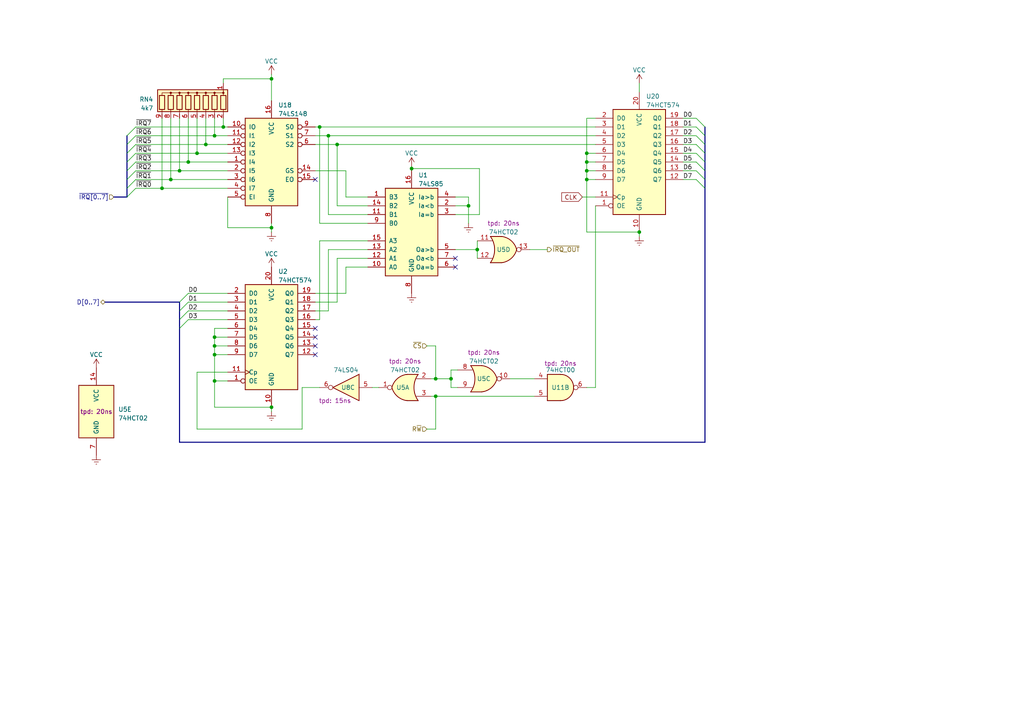
<source format=kicad_sch>
(kicad_sch (version 20230121) (generator eeschema)
  (paper "A4")
  (lib_symbols
    (symbol "74xx:74HCT00" (pin_names (offset 1.016))
      (property "Reference" "U" (at 0 1.27 0))
      (property "Value" "74HCT00" (at 0 -1.27 0))
      (symbol "74HCT00_1_1"
        (arc (start 0 -3.81) (mid 3.7934 0) (end 0 3.81) (stroke (width 0.254)) (fill (type background)))
        (polyline (pts (xy 0 3.81) (xy -3.81 3.81) (xy -3.81 -3.81) (xy 0 -3.81)) (stroke (width 0.254)) (fill (type background)))
        (pin input line (at -7.62 2.54 0) (length 3.81) (name "~") (number "1"))
        (pin input line (at -7.62 -2.54 0) (length 3.81) (name "~") (number "2"))
        (pin output inverted (at 7.62 0 180) (length 3.81) (name "~") (number "3"))
      )
      (symbol "74HCT00_1_2"
        (arc (start -3.81 -3.81) (mid -2.589 0) (end -3.81 3.81) (stroke (width 0.254)))
        (arc (start -0.6096 -3.81) (mid 2.1842 -2.5851) (end 3.81 0) (stroke (width 0.254)) (fill (type background)))
        (polyline (pts (xy -3.81 -3.81) (xy -0.635 -3.81)) (stroke (width 0.254)) (fill (type background)))
        (polyline (pts (xy -3.81 3.81) (xy -0.635 3.81)) (stroke (width 0.254)) (fill (type background)))
        (polyline (pts (xy -0.635 3.81) (xy -3.81 3.81) (xy -3.81 3.81) (xy -3.556 3.4036) (xy -3.0226 2.2606) (xy -2.6924 1.0414) (xy -2.6162 -0.254) (xy -2.7686 -1.4986) (xy -3.175 -2.7178) (xy -3.81 -3.81) (xy -3.81 -3.81) (xy -0.635 -3.81)) (stroke (width -25.4)) (fill (type background)))
        (arc (start 3.81 0) (mid 2.1915 2.5936) (end -0.6096 3.81) (stroke (width 0.254)) (fill (type background)))
        (pin input inverted (at -7.62 2.54 0) (length 4.318) (name "~") (number "1"))
        (pin input inverted (at -7.62 -2.54 0) (length 4.318) (name "~") (number "2"))
        (pin output line (at 7.62 0 180) (length 3.81) (name "~") (number "3"))
      )
      (symbol "74HCT00_2_1"
        (arc (start 0 -3.81) (mid 3.7934 0) (end 0 3.81) (stroke (width 0.254)) (fill (type background)))
        (polyline (pts (xy 0 3.81) (xy -3.81 3.81) (xy -3.81 -3.81) (xy 0 -3.81)) (stroke (width 0.254)) (fill (type background)))
        (pin input line (at -7.62 2.54 0) (length 3.81) (name "~") (number "4"))
        (pin input line (at -7.62 -2.54 0) (length 3.81) (name "~") (number "5"))
        (pin output inverted (at 7.62 0 180) (length 3.81) (name "~") (number "6"))
      )
      (symbol "74HCT00_2_2"
        (arc (start -3.81 -3.81) (mid -2.589 0) (end -3.81 3.81) (stroke (width 0.254)))
        (arc (start -0.6096 -3.81) (mid 2.1842 -2.5851) (end 3.81 0) (stroke (width 0.254)) (fill (type background)))
        (polyline (pts (xy -3.81 -3.81) (xy -0.635 -3.81)) (stroke (width 0.254)) (fill (type background)))
        (polyline (pts (xy -3.81 3.81) (xy -0.635 3.81)) (stroke (width 0.254)) (fill (type background)))
        (polyline (pts (xy -0.635 3.81) (xy -3.81 3.81) (xy -3.81 3.81) (xy -3.556 3.4036) (xy -3.0226 2.2606) (xy -2.6924 1.0414) (xy -2.6162 -0.254) (xy -2.7686 -1.4986) (xy -3.175 -2.7178) (xy -3.81 -3.81) (xy -3.81 -3.81) (xy -0.635 -3.81)) (stroke (width -25.4)) (fill (type background)))
        (arc (start 3.81 0) (mid 2.1915 2.5936) (end -0.6096 3.81) (stroke (width 0.254)) (fill (type background)))
        (pin input inverted (at -7.62 2.54 0) (length 4.318) (name "~") (number "4"))
        (pin input inverted (at -7.62 -2.54 0) (length 4.318) (name "~") (number "5"))
        (pin output line (at 7.62 0 180) (length 3.81) (name "~") (number "6"))
      )
      (symbol "74HCT00_3_1"
        (arc (start 0 -3.81) (mid 3.7934 0) (end 0 3.81) (stroke (width 0.254)) (fill (type background)))
        (polyline (pts (xy 0 3.81) (xy -3.81 3.81) (xy -3.81 -3.81) (xy 0 -3.81)) (stroke (width 0.254)) (fill (type background)))
        (pin input line (at -7.62 -2.54 0) (length 3.81) (name "~") (number "10"))
        (pin output inverted (at 7.62 0 180) (length 3.81) (name "~") (number "8"))
        (pin input line (at -7.62 2.54 0) (length 3.81) (name "~") (number "9"))
      )
      (symbol "74HCT00_3_2"
        (arc (start -3.81 -3.81) (mid -2.589 0) (end -3.81 3.81) (stroke (width 0.254)))
        (arc (start -0.6096 -3.81) (mid 2.1842 -2.5851) (end 3.81 0) (stroke (width 0.254)) (fill (type background)))
        (polyline (pts (xy -3.81 -3.81) (xy -0.635 -3.81)) (stroke (width 0.254)) (fill (type background)))
        (polyline (pts (xy -3.81 3.81) (xy -0.635 3.81)) (stroke (width 0.254)) (fill (type background)))
        (polyline (pts (xy -0.635 3.81) (xy -3.81 3.81) (xy -3.81 3.81) (xy -3.556 3.4036) (xy -3.0226 2.2606) (xy -2.6924 1.0414) (xy -2.6162 -0.254) (xy -2.7686 -1.4986) (xy -3.175 -2.7178) (xy -3.81 -3.81) (xy -3.81 -3.81) (xy -0.635 -3.81)) (stroke (width -25.4)) (fill (type background)))
        (arc (start 3.81 0) (mid 2.1915 2.5936) (end -0.6096 3.81) (stroke (width 0.254)) (fill (type background)))
        (pin input inverted (at -7.62 -2.54 0) (length 4.318) (name "~") (number "10"))
        (pin output line (at 7.62 0 180) (length 3.81) (name "~") (number "8"))
        (pin input inverted (at -7.62 2.54 0) (length 4.318) (name "~") (number "9"))
      )
      (symbol "74HCT00_4_1"
        (arc (start 0 -3.81) (mid 3.7934 0) (end 0 3.81) (stroke (width 0.254)) (fill (type background)))
        (polyline (pts (xy 0 3.81) (xy -3.81 3.81) (xy -3.81 -3.81) (xy 0 -3.81)) (stroke (width 0.254)) (fill (type background)))
        (pin output inverted (at 7.62 0 180) (length 3.81) (name "~") (number "11"))
        (pin input line (at -7.62 2.54 0) (length 3.81) (name "~") (number "12"))
        (pin input line (at -7.62 -2.54 0) (length 3.81) (name "~") (number "13"))
      )
      (symbol "74HCT00_4_2"
        (arc (start -3.81 -3.81) (mid -2.589 0) (end -3.81 3.81) (stroke (width 0.254)))
        (arc (start -0.6096 -3.81) (mid 2.1842 -2.5851) (end 3.81 0) (stroke (width 0.254)) (fill (type background)))
        (polyline (pts (xy -3.81 -3.81) (xy -0.635 -3.81)) (stroke (width 0.254)) (fill (type background)))
        (polyline (pts (xy -3.81 3.81) (xy -0.635 3.81)) (stroke (width 0.254)) (fill (type background)))
        (polyline (pts (xy -0.635 3.81) (xy -3.81 3.81) (xy -3.81 3.81) (xy -3.556 3.4036) (xy -3.0226 2.2606) (xy -2.6924 1.0414) (xy -2.6162 -0.254) (xy -2.7686 -1.4986) (xy -3.175 -2.7178) (xy -3.81 -3.81) (xy -3.81 -3.81) (xy -0.635 -3.81)) (stroke (width -25.4)) (fill (type background)))
        (arc (start 3.81 0) (mid 2.1915 2.5936) (end -0.6096 3.81) (stroke (width 0.254)) (fill (type background)))
        (pin output line (at 7.62 0 180) (length 3.81) (name "~") (number "11"))
        (pin input inverted (at -7.62 2.54 0) (length 4.318) (name "~") (number "12"))
        (pin input inverted (at -7.62 -2.54 0) (length 4.318) (name "~") (number "13"))
      )
      (symbol "74HCT00_5_0"
        (pin power_in line (at 0 12.7 270) (length 5.08) (name "VCC") (number "14"))
        (pin power_in line (at 0 -12.7 90) (length 5.08) (name "GND") (number "7"))
      )
      (symbol "74HCT00_5_1"
        (rectangle (start -5.08 7.62) (end 5.08 -7.62) (stroke (width 0.254)) (fill (type background)))
      )
    )
    (symbol "74xx:74HCT02" (pin_names (offset 1.016))
      (property "Reference" "U" (at 0 1.27 0))
      (property "Value" "74HCT02" (at 0 -1.27 0))
      (symbol "74HCT02_1_1"
        (arc (start -3.81 -3.81) (mid -2.589 0) (end -3.81 3.81) (stroke (width 0.254)))
        (arc (start -0.6096 -3.81) (mid 2.1842 -2.5851) (end 3.81 0) (stroke (width 0.254)) (fill (type background)))
        (polyline (pts (xy -3.81 -3.81) (xy -0.635 -3.81)) (stroke (width 0.254)) (fill (type background)))
        (polyline (pts (xy -3.81 3.81) (xy -0.635 3.81)) (stroke (width 0.254)) (fill (type background)))
        (polyline (pts (xy -0.635 3.81) (xy -3.81 3.81) (xy -3.81 3.81) (xy -3.556 3.4036) (xy -3.0226 2.2606) (xy -2.6924 1.0414) (xy -2.6162 -0.254) (xy -2.7686 -1.4986) (xy -3.175 -2.7178) (xy -3.81 -3.81) (xy -3.81 -3.81) (xy -0.635 -3.81)) (stroke (width -25.4)) (fill (type background)))
        (arc (start 3.81 0) (mid 2.1915 2.5936) (end -0.6096 3.81) (stroke (width 0.254)) (fill (type background)))
        (pin output inverted (at 7.62 0 180) (length 3.81) (name "~") (number "1"))
        (pin input line (at -7.62 2.54 0) (length 4.318) (name "~") (number "2"))
        (pin input line (at -7.62 -2.54 0) (length 4.318) (name "~") (number "3"))
      )
      (symbol "74HCT02_1_2"
        (arc (start 0 -3.81) (mid 3.7934 0) (end 0 3.81) (stroke (width 0.254)) (fill (type background)))
        (polyline (pts (xy 0 3.81) (xy -3.81 3.81) (xy -3.81 -3.81) (xy 0 -3.81)) (stroke (width 0.254)) (fill (type background)))
        (pin output line (at 7.62 0 180) (length 3.81) (name "~") (number "1"))
        (pin input inverted (at -7.62 2.54 0) (length 3.81) (name "~") (number "2"))
        (pin input inverted (at -7.62 -2.54 0) (length 3.81) (name "~") (number "3"))
      )
      (symbol "74HCT02_2_1"
        (arc (start -3.81 -3.81) (mid -2.589 0) (end -3.81 3.81) (stroke (width 0.254)))
        (arc (start -0.6096 -3.81) (mid 2.1842 -2.5851) (end 3.81 0) (stroke (width 0.254)) (fill (type background)))
        (polyline (pts (xy -3.81 -3.81) (xy -0.635 -3.81)) (stroke (width 0.254)) (fill (type background)))
        (polyline (pts (xy -3.81 3.81) (xy -0.635 3.81)) (stroke (width 0.254)) (fill (type background)))
        (polyline (pts (xy -0.635 3.81) (xy -3.81 3.81) (xy -3.81 3.81) (xy -3.556 3.4036) (xy -3.0226 2.2606) (xy -2.6924 1.0414) (xy -2.6162 -0.254) (xy -2.7686 -1.4986) (xy -3.175 -2.7178) (xy -3.81 -3.81) (xy -3.81 -3.81) (xy -0.635 -3.81)) (stroke (width -25.4)) (fill (type background)))
        (arc (start 3.81 0) (mid 2.1915 2.5936) (end -0.6096 3.81) (stroke (width 0.254)) (fill (type background)))
        (pin output inverted (at 7.62 0 180) (length 3.81) (name "~") (number "4"))
        (pin input line (at -7.62 2.54 0) (length 4.318) (name "~") (number "5"))
        (pin input line (at -7.62 -2.54 0) (length 4.318) (name "~") (number "6"))
      )
      (symbol "74HCT02_2_2"
        (arc (start 0 -3.81) (mid 3.7934 0) (end 0 3.81) (stroke (width 0.254)) (fill (type background)))
        (polyline (pts (xy 0 3.81) (xy -3.81 3.81) (xy -3.81 -3.81) (xy 0 -3.81)) (stroke (width 0.254)) (fill (type background)))
        (pin output line (at 7.62 0 180) (length 3.81) (name "~") (number "4"))
        (pin input inverted (at -7.62 2.54 0) (length 3.81) (name "~") (number "5"))
        (pin input inverted (at -7.62 -2.54 0) (length 3.81) (name "~") (number "6"))
      )
      (symbol "74HCT02_3_1"
        (arc (start -3.81 -3.81) (mid -2.589 0) (end -3.81 3.81) (stroke (width 0.254)))
        (arc (start -0.6096 -3.81) (mid 2.1842 -2.5851) (end 3.81 0) (stroke (width 0.254)) (fill (type background)))
        (polyline (pts (xy -3.81 -3.81) (xy -0.635 -3.81)) (stroke (width 0.254)) (fill (type background)))
        (polyline (pts (xy -3.81 3.81) (xy -0.635 3.81)) (stroke (width 0.254)) (fill (type background)))
        (polyline (pts (xy -0.635 3.81) (xy -3.81 3.81) (xy -3.81 3.81) (xy -3.556 3.4036) (xy -3.0226 2.2606) (xy -2.6924 1.0414) (xy -2.6162 -0.254) (xy -2.7686 -1.4986) (xy -3.175 -2.7178) (xy -3.81 -3.81) (xy -3.81 -3.81) (xy -0.635 -3.81)) (stroke (width -25.4)) (fill (type background)))
        (arc (start 3.81 0) (mid 2.1915 2.5936) (end -0.6096 3.81) (stroke (width 0.254)) (fill (type background)))
        (pin output inverted (at 7.62 0 180) (length 3.81) (name "~") (number "10"))
        (pin input line (at -7.62 2.54 0) (length 4.318) (name "~") (number "8"))
        (pin input line (at -7.62 -2.54 0) (length 4.318) (name "~") (number "9"))
      )
      (symbol "74HCT02_3_2"
        (arc (start 0 -3.81) (mid 3.7934 0) (end 0 3.81) (stroke (width 0.254)) (fill (type background)))
        (polyline (pts (xy 0 3.81) (xy -3.81 3.81) (xy -3.81 -3.81) (xy 0 -3.81)) (stroke (width 0.254)) (fill (type background)))
        (pin output line (at 7.62 0 180) (length 3.81) (name "~") (number "10"))
        (pin input inverted (at -7.62 2.54 0) (length 3.81) (name "~") (number "8"))
        (pin input inverted (at -7.62 -2.54 0) (length 3.81) (name "~") (number "9"))
      )
      (symbol "74HCT02_4_1"
        (arc (start -3.81 -3.81) (mid -2.589 0) (end -3.81 3.81) (stroke (width 0.254)))
        (arc (start -0.6096 -3.81) (mid 2.1842 -2.5851) (end 3.81 0) (stroke (width 0.254)) (fill (type background)))
        (polyline (pts (xy -3.81 -3.81) (xy -0.635 -3.81)) (stroke (width 0.254)) (fill (type background)))
        (polyline (pts (xy -3.81 3.81) (xy -0.635 3.81)) (stroke (width 0.254)) (fill (type background)))
        (polyline (pts (xy -0.635 3.81) (xy -3.81 3.81) (xy -3.81 3.81) (xy -3.556 3.4036) (xy -3.0226 2.2606) (xy -2.6924 1.0414) (xy -2.6162 -0.254) (xy -2.7686 -1.4986) (xy -3.175 -2.7178) (xy -3.81 -3.81) (xy -3.81 -3.81) (xy -0.635 -3.81)) (stroke (width -25.4)) (fill (type background)))
        (arc (start 3.81 0) (mid 2.1915 2.5936) (end -0.6096 3.81) (stroke (width 0.254)) (fill (type background)))
        (pin input line (at -7.62 2.54 0) (length 4.318) (name "~") (number "11"))
        (pin input line (at -7.62 -2.54 0) (length 4.318) (name "~") (number "12"))
        (pin output inverted (at 7.62 0 180) (length 3.81) (name "~") (number "13"))
      )
      (symbol "74HCT02_4_2"
        (arc (start 0 -3.81) (mid 3.7934 0) (end 0 3.81) (stroke (width 0.254)) (fill (type background)))
        (polyline (pts (xy 0 3.81) (xy -3.81 3.81) (xy -3.81 -3.81) (xy 0 -3.81)) (stroke (width 0.254)) (fill (type background)))
        (pin input inverted (at -7.62 2.54 0) (length 3.81) (name "~") (number "11"))
        (pin input inverted (at -7.62 -2.54 0) (length 3.81) (name "~") (number "12"))
        (pin output line (at 7.62 0 180) (length 3.81) (name "~") (number "13"))
      )
      (symbol "74HCT02_5_0"
        (pin power_in line (at 0 12.7 270) (length 5.08) (name "VCC") (number "14"))
        (pin power_in line (at 0 -12.7 90) (length 5.08) (name "GND") (number "7"))
      )
      (symbol "74HCT02_5_1"
        (rectangle (start -5.08 7.62) (end 5.08 -7.62) (stroke (width 0.254)) (fill (type background)))
      )
    )
    (symbol "74xx:74HCT574" (pin_names (offset 1.016))
      (property "Reference" "U" (at -7.62 16.51 0))
      (property "Value" "74HCT574" (at -7.62 -16.51 0))
      (symbol "74HCT574_1_0"
        (pin input inverted (at -12.7 -12.7 0) (length 5.08) (name "OE") (number "1"))
        (pin power_in line (at 0 -20.32 90) (length 5.08) (name "GND") (number "10"))
        (pin input clock (at -12.7 -10.16 0) (length 5.08) (name "Cp") (number "11"))
        (pin tri_state line (at 12.7 -5.08 180) (length 5.08) (name "Q7") (number "12"))
        (pin tri_state line (at 12.7 -2.54 180) (length 5.08) (name "Q6") (number "13"))
        (pin tri_state line (at 12.7 0 180) (length 5.08) (name "Q5") (number "14"))
        (pin tri_state line (at 12.7 2.54 180) (length 5.08) (name "Q4") (number "15"))
        (pin tri_state line (at 12.7 5.08 180) (length 5.08) (name "Q3") (number "16"))
        (pin tri_state line (at 12.7 7.62 180) (length 5.08) (name "Q2") (number "17"))
        (pin tri_state line (at 12.7 10.16 180) (length 5.08) (name "Q1") (number "18"))
        (pin tri_state line (at 12.7 12.7 180) (length 5.08) (name "Q0") (number "19"))
        (pin input line (at -12.7 12.7 0) (length 5.08) (name "D0") (number "2"))
        (pin power_in line (at 0 20.32 270) (length 5.08) (name "VCC") (number "20"))
        (pin input line (at -12.7 10.16 0) (length 5.08) (name "D1") (number "3"))
        (pin input line (at -12.7 7.62 0) (length 5.08) (name "D2") (number "4"))
        (pin input line (at -12.7 5.08 0) (length 5.08) (name "D3") (number "5"))
        (pin input line (at -12.7 2.54 0) (length 5.08) (name "D4") (number "6"))
        (pin input line (at -12.7 0 0) (length 5.08) (name "D5") (number "7"))
        (pin input line (at -12.7 -2.54 0) (length 5.08) (name "D6") (number "8"))
        (pin input line (at -12.7 -5.08 0) (length 5.08) (name "D7") (number "9"))
      )
      (symbol "74HCT574_1_1"
        (rectangle (start -7.62 15.24) (end 7.62 -15.24) (stroke (width 0.254)) (fill (type background)))
      )
    )
    (symbol "74xx:74LS04"
      (property "Reference" "U" (at 0 1.27 0))
      (property "Value" "74LS04" (at 0 -1.27 0))
      (symbol "74LS04_1_0"
        (polyline (pts (xy -3.81 3.81) (xy -3.81 -3.81) (xy 3.81 0) (xy -3.81 3.81)) (stroke (width 0.254)) (fill (type background)))
        (pin input line (at -7.62 0 0) (length 3.81) (name "~") (number "1"))
        (pin output inverted (at 7.62 0 180) (length 3.81) (name "~") (number "2"))
      )
      (symbol "74LS04_2_0"
        (polyline (pts (xy -3.81 3.81) (xy -3.81 -3.81) (xy 3.81 0) (xy -3.81 3.81)) (stroke (width 0.254)) (fill (type background)))
        (pin input line (at -7.62 0 0) (length 3.81) (name "~") (number "3"))
        (pin output inverted (at 7.62 0 180) (length 3.81) (name "~") (number "4"))
      )
      (symbol "74LS04_3_0"
        (polyline (pts (xy -3.81 3.81) (xy -3.81 -3.81) (xy 3.81 0) (xy -3.81 3.81)) (stroke (width 0.254)) (fill (type background)))
        (pin input line (at -7.62 0 0) (length 3.81) (name "~") (number "5"))
        (pin output inverted (at 7.62 0 180) (length 3.81) (name "~") (number "6"))
      )
      (symbol "74LS04_4_0"
        (polyline (pts (xy -3.81 3.81) (xy -3.81 -3.81) (xy 3.81 0) (xy -3.81 3.81)) (stroke (width 0.254)) (fill (type background)))
        (pin output inverted (at 7.62 0 180) (length 3.81) (name "~") (number "8"))
        (pin input line (at -7.62 0 0) (length 3.81) (name "~") (number "9"))
      )
      (symbol "74LS04_5_0"
        (polyline (pts (xy -3.81 3.81) (xy -3.81 -3.81) (xy 3.81 0) (xy -3.81 3.81)) (stroke (width 0.254)) (fill (type background)))
        (pin output inverted (at 7.62 0 180) (length 3.81) (name "~") (number "10"))
        (pin input line (at -7.62 0 0) (length 3.81) (name "~") (number "11"))
      )
      (symbol "74LS04_6_0"
        (polyline (pts (xy -3.81 3.81) (xy -3.81 -3.81) (xy 3.81 0) (xy -3.81 3.81)) (stroke (width 0.254)) (fill (type background)))
        (pin output inverted (at 7.62 0 180) (length 3.81) (name "~") (number "12"))
        (pin input line (at -7.62 0 0) (length 3.81) (name "~") (number "13"))
      )
      (symbol "74LS04_7_0"
        (pin power_in line (at 0 12.7 270) (length 5.08) (name "VCC") (number "14"))
        (pin power_in line (at 0 -12.7 90) (length 5.08) (name "GND") (number "7"))
      )
      (symbol "74LS04_7_1"
        (rectangle (start -5.08 7.62) (end 5.08 -7.62) (stroke (width 0.254)) (fill (type background)))
      )
    )
    (symbol "74xx:74LS148" (pin_names (offset 1.016))
      (property "Reference" "U" (at -7.62 13.97 0))
      (property "Value" "74LS148" (at -7.62 -13.97 0))
      (symbol "74LS148_1_0"
        (pin input inverted (at -12.7 0 0) (length 5.08) (name "I4") (number "1"))
        (pin input inverted (at -12.7 10.16 0) (length 5.08) (name "IO") (number "10"))
        (pin input inverted (at -12.7 7.62 0) (length 5.08) (name "I1") (number "11"))
        (pin input inverted (at -12.7 5.08 0) (length 5.08) (name "I2") (number "12"))
        (pin input inverted (at -12.7 2.54 0) (length 5.08) (name "I3") (number "13"))
        (pin output inverted (at 12.7 -2.54 180) (length 5.08) (name "GS") (number "14"))
        (pin output inverted (at 12.7 -5.08 180) (length 5.08) (name "EO") (number "15"))
        (pin power_in line (at 0 17.78 270) (length 5.08) (name "VCC") (number "16"))
        (pin input inverted (at -12.7 -2.54 0) (length 5.08) (name "I5") (number "2"))
        (pin input inverted (at -12.7 -5.08 0) (length 5.08) (name "I6") (number "3"))
        (pin input inverted (at -12.7 -7.62 0) (length 5.08) (name "I7") (number "4"))
        (pin input inverted (at -12.7 -10.16 0) (length 5.08) (name "EI") (number "5"))
        (pin output inverted (at 12.7 5.08 180) (length 5.08) (name "S2") (number "6"))
        (pin output inverted (at 12.7 7.62 180) (length 5.08) (name "S1") (number "7"))
        (pin power_in line (at 0 -17.78 90) (length 5.08) (name "GND") (number "8"))
        (pin output inverted (at 12.7 10.16 180) (length 5.08) (name "S0") (number "9"))
      )
      (symbol "74LS148_1_1"
        (rectangle (start -7.62 12.7) (end 7.62 -12.7) (stroke (width 0.254)) (fill (type background)))
      )
    )
    (symbol "74xx:74LS85" (pin_names (offset 1.016))
      (property "Reference" "U" (at -7.62 13.97 0))
      (property "Value" "74LS85" (at -7.62 -13.97 0))
      (symbol "74LS85_1_0"
        (pin input line (at -12.7 10.16 0) (length 5.08) (name "B3") (number "1"))
        (pin input line (at -12.7 -10.16 0) (length 5.08) (name "A0") (number "10"))
        (pin input line (at -12.7 5.08 0) (length 5.08) (name "B1") (number "11"))
        (pin input line (at -12.7 -7.62 0) (length 5.08) (name "A1") (number "12"))
        (pin input line (at -12.7 -5.08 0) (length 5.08) (name "A2") (number "13"))
        (pin input line (at -12.7 7.62 0) (length 5.08) (name "B2") (number "14"))
        (pin input line (at -12.7 -2.54 0) (length 5.08) (name "A3") (number "15"))
        (pin power_in line (at 0 17.78 270) (length 5.08) (name "VCC") (number "16"))
        (pin input line (at 12.7 7.62 180) (length 5.08) (name "Ia<b") (number "2"))
        (pin input line (at 12.7 5.08 180) (length 5.08) (name "Ia=b") (number "3"))
        (pin input line (at 12.7 10.16 180) (length 5.08) (name "Ia>b") (number "4"))
        (pin output line (at 12.7 -5.08 180) (length 5.08) (name "Oa>b") (number "5"))
        (pin output line (at 12.7 -10.16 180) (length 5.08) (name "Oa=b") (number "6"))
        (pin output line (at 12.7 -7.62 180) (length 5.08) (name "Oa<b") (number "7"))
        (pin power_in line (at 0 -17.78 90) (length 5.08) (name "GND") (number "8"))
        (pin input line (at -12.7 2.54 0) (length 5.08) (name "B0") (number "9"))
      )
      (symbol "74LS85_1_1"
        (rectangle (start -7.62 12.7) (end 7.62 -12.7) (stroke (width 0.254)) (fill (type background)))
      )
    )
    (symbol "Device:R_Network08" (pin_names (offset 0) hide)
      (property "Reference" "RN" (at -12.7 0 90))
      (property "Value" "R_Network08" (at 10.16 0 90))
      (symbol "R_Network08_0_1"
        (rectangle (start -11.43 -3.175) (end 8.89 3.175) (stroke (width 0.254)) (fill (type background)))
        (rectangle (start -10.922 1.524) (end -9.398 -2.54) (stroke (width 0.254)))
        (circle (center -10.16 2.286) (radius 0.254) (fill (type outline)))
        (rectangle (start -8.382 1.524) (end -6.858 -2.54) (stroke (width 0.254)))
        (circle (center -7.62 2.286) (radius 0.254) (fill (type outline)))
        (rectangle (start -5.842 1.524) (end -4.318 -2.54) (stroke (width 0.254)))
        (circle (center -5.08 2.286) (radius 0.254) (fill (type outline)))
        (rectangle (start -3.302 1.524) (end -1.778 -2.54) (stroke (width 0.254)))
        (circle (center -2.54 2.286) (radius 0.254) (fill (type outline)))
        (rectangle (start -0.762 1.524) (end 0.762 -2.54) (stroke (width 0.254)))
        (polyline (pts (xy -10.16 -2.54) (xy -10.16 -3.81)))
        (polyline (pts (xy -7.62 -2.54) (xy -7.62 -3.81)))
        (polyline (pts (xy -5.08 -2.54) (xy -5.08 -3.81)))
        (polyline (pts (xy -2.54 -2.54) (xy -2.54 -3.81)))
        (polyline (pts (xy 0 -2.54) (xy 0 -3.81)))
        (polyline (pts (xy 2.54 -2.54) (xy 2.54 -3.81)))
        (polyline (pts (xy 5.08 -2.54) (xy 5.08 -3.81)))
        (polyline (pts (xy 7.62 -2.54) (xy 7.62 -3.81)))
        (polyline (pts (xy -10.16 1.524) (xy -10.16 2.286) (xy -7.62 2.286) (xy -7.62 1.524)))
        (polyline (pts (xy -7.62 1.524) (xy -7.62 2.286) (xy -5.08 2.286) (xy -5.08 1.524)))
        (polyline (pts (xy -5.08 1.524) (xy -5.08 2.286) (xy -2.54 2.286) (xy -2.54 1.524)))
        (polyline (pts (xy -2.54 1.524) (xy -2.54 2.286) (xy 0 2.286) (xy 0 1.524)))
        (polyline (pts (xy 0 1.524) (xy 0 2.286) (xy 2.54 2.286) (xy 2.54 1.524)))
        (polyline (pts (xy 2.54 1.524) (xy 2.54 2.286) (xy 5.08 2.286) (xy 5.08 1.524)))
        (polyline (pts (xy 5.08 1.524) (xy 5.08 2.286) (xy 7.62 2.286) (xy 7.62 1.524)))
        (circle (center 0 2.286) (radius 0.254) (fill (type outline)))
        (rectangle (start 1.778 1.524) (end 3.302 -2.54) (stroke (width 0.254)))
        (circle (center 2.54 2.286) (radius 0.254) (fill (type outline)))
        (rectangle (start 4.318 1.524) (end 5.842 -2.54) (stroke (width 0.254)))
        (circle (center 5.08 2.286) (radius 0.254) (fill (type outline)))
        (rectangle (start 6.858 1.524) (end 8.382 -2.54) (stroke (width 0.254)))
      )
      (symbol "R_Network08_1_1"
        (pin passive line (at -10.16 5.08 270) (length 2.54) (name "common") (number "1"))
        (pin passive line (at -10.16 -5.08 90) (length 1.27) (name "R1") (number "2"))
        (pin passive line (at -7.62 -5.08 90) (length 1.27) (name "R2") (number "3"))
        (pin passive line (at -5.08 -5.08 90) (length 1.27) (name "R3") (number "4"))
        (pin passive line (at -2.54 -5.08 90) (length 1.27) (name "R4") (number "5"))
        (pin passive line (at 0 -5.08 90) (length 1.27) (name "R5") (number "6"))
        (pin passive line (at 2.54 -5.08 90) (length 1.27) (name "R6") (number "7"))
        (pin passive line (at 5.08 -5.08 90) (length 1.27) (name "R7") (number "8"))
        (pin passive line (at 7.62 -5.08 90) (length 1.27) (name "R8") (number "9"))
      )
    )
    (symbol "power:Earth" (power) (pin_names (offset 0))
      (symbol "Earth_0_1"
        (polyline (pts (xy -0.635 -1.905) (xy 0.635 -1.905)))
        (polyline (pts (xy -0.127 -2.54) (xy 0.127 -2.54)))
        (polyline (pts (xy 0 -1.27) (xy 0 0)))
        (polyline (pts (xy 1.27 -1.27) (xy -1.27 -1.27)))
      )
      (symbol "Earth_1_1"
        (pin power_in line (at 0 0 270) (length 0) hide (name "Earth") (number "1"))
      )
    )
    (symbol "power:VCC" (power) (pin_names (offset 0))
      (property "Value" "VCC" (at 0 3.81 0))
      (symbol "VCC_0_1"
        (polyline (pts (xy -0.762 1.27) (xy 0 2.54)))
        (polyline (pts (xy 0 0) (xy 0 2.54)))
        (polyline (pts (xy 0 2.54) (xy 0.762 1.27)))
      )
      (symbol "VCC_1_1"
        (pin power_in line (at 0 0 90) (length 0) hide (name "VCC") (number "1"))
      )
    )
  )
  (junction (at 170.18 52.07))
  (junction (at 170.18 46.99))
  (junction (at 49.53 52.07))
  (junction (at 78.74 118.11))
  (junction (at 78.74 22.86))
  (junction (at 64.77 36.83))
  (junction (at 78.74 66.04))
  (junction (at 62.23 102.87))
  (junction (at 62.23 110.49))
  (junction (at 119.38 48.895))
  (junction (at 95.25 39.37))
  (junction (at 59.69 41.91))
  (junction (at 62.23 97.79))
  (junction (at 62.23 39.37))
  (junction (at 170.18 49.53))
  (junction (at 52.07 49.53))
  (junction (at 126.365 114.935))
  (junction (at 97.79 41.91))
  (junction (at 185.42 67.31))
  (junction (at 135.89 59.69))
  (junction (at 62.23 100.33))
  (junction (at 46.99 54.61))
  (junction (at 57.15 44.45))
  (junction (at 92.71 36.83))
  (junction (at 126.365 109.855))
  (junction (at 170.18 44.45))
  (junction (at 54.61 46.99))
  (junction (at 130.81 109.855))
  (junction (at 138.43 72.39))
  (no_connect (at 132.08 77.47))
  (no_connect (at 91.44 102.87))
  (no_connect (at 91.44 100.33))
  (no_connect (at 132.08 74.93))
  (no_connect (at 91.44 97.79))
  (no_connect (at 91.44 52.07))
  (no_connect (at 91.44 95.25))
  (bus_entry (at 204.47 52.07) (size -2.54 -2.54))
  (bus_entry (at 36.83 39.37) (size 2.54 -2.54))
  (bus_entry (at 52.07 90.17) (size 2.54 -2.54))
  (bus_entry (at 52.07 95.25) (size 2.54 -2.54))
  (bus_entry (at 52.07 92.71) (size 2.54 -2.54))
  (bus_entry (at 204.47 36.83) (size -2.54 -2.54))
  (bus_entry (at 204.47 39.37) (size -2.54 -2.54))
  (bus_entry (at 36.83 52.07) (size 2.54 -2.54))
  (bus_entry (at 204.47 54.61) (size -2.54 -2.54))
  (bus_entry (at 204.47 46.99) (size -2.54 -2.54))
  (bus_entry (at 36.83 46.99) (size 2.54 -2.54))
  (bus_entry (at 204.47 44.45) (size -2.54 -2.54))
  (bus_entry (at 36.83 57.15) (size 2.54 -2.54))
  (bus_entry (at 36.83 54.61) (size 2.54 -2.54))
  (bus_entry (at 36.83 49.53) (size 2.54 -2.54))
  (bus_entry (at 204.47 49.53) (size -2.54 -2.54))
  (bus_entry (at 204.47 41.91) (size -2.54 -2.54))
  (bus_entry (at 36.83 41.91) (size 2.54 -2.54))
  (bus_entry (at 52.07 87.63) (size 2.54 -2.54))
  (bus_entry (at 36.83 44.45) (size 2.54 -2.54))
  (bus (pts (xy 36.83 49.53) (xy 36.83 52.07)))
  (wire (pts (xy 91.44 49.53) (xy 100.33 49.53)))
  (wire (pts (xy 39.37 52.07) (xy 49.53 52.07)))
  (wire (pts (xy 153.67 72.39) (xy 158.75 72.39)))
  (wire (pts (xy 62.23 95.25) (xy 62.23 97.79)))
  (bus (pts (xy 204.47 36.83) (xy 204.47 39.37)))
  (wire (pts (xy 198.12 41.91) (xy 201.93 41.91)))
  (wire (pts (xy 132.08 57.15) (xy 135.89 57.15)))
  (wire (pts (xy 62.23 39.37) (xy 62.23 34.29)))
  (wire (pts (xy 62.23 110.49) (xy 62.23 118.11)))
  (wire (pts (xy 62.23 110.49) (xy 66.04 110.49)))
  (wire (pts (xy 109.855 112.395) (xy 107.95 112.395)))
  (wire (pts (xy 39.37 49.53) (xy 52.07 49.53)))
  (wire (pts (xy 92.71 92.71) (xy 91.44 92.71)))
  (wire (pts (xy 54.61 87.63) (xy 66.04 87.63)))
  (wire (pts (xy 168.91 57.15) (xy 172.72 57.15)))
  (wire (pts (xy 95.25 39.37) (xy 172.72 39.37)))
  (bus (pts (xy 36.83 44.45) (xy 36.83 46.99)))
  (wire (pts (xy 132.08 59.69) (xy 135.89 59.69)))
  (wire (pts (xy 49.53 34.29) (xy 49.53 52.07)))
  (wire (pts (xy 46.99 54.61) (xy 66.04 54.61)))
  (wire (pts (xy 46.99 34.29) (xy 46.99 54.61)))
  (wire (pts (xy 198.12 34.29) (xy 201.93 34.29)))
  (wire (pts (xy 132.08 62.23) (xy 139.065 62.23)))
  (wire (pts (xy 92.71 69.85) (xy 92.71 92.71)))
  (wire (pts (xy 95.25 90.17) (xy 91.44 90.17)))
  (wire (pts (xy 170.18 67.31) (xy 185.42 67.31)))
  (wire (pts (xy 97.79 41.91) (xy 172.72 41.91)))
  (wire (pts (xy 64.77 36.83) (xy 66.04 36.83)))
  (bus (pts (xy 52.07 92.71) (xy 52.07 95.25)))
  (wire (pts (xy 172.72 112.395) (xy 172.72 59.69)))
  (bus (pts (xy 52.07 87.63) (xy 30.48 87.63)))
  (wire (pts (xy 126.365 100.33) (xy 126.365 109.855)))
  (wire (pts (xy 64.77 22.86) (xy 64.77 24.13)))
  (wire (pts (xy 54.61 46.99) (xy 66.04 46.99)))
  (wire (pts (xy 59.69 41.91) (xy 66.04 41.91)))
  (wire (pts (xy 52.07 49.53) (xy 66.04 49.53)))
  (wire (pts (xy 66.04 57.15) (xy 66.04 66.04)))
  (wire (pts (xy 139.065 62.23) (xy 139.065 48.895)))
  (wire (pts (xy 198.12 44.45) (xy 201.93 44.45)))
  (wire (pts (xy 119.38 48.26) (xy 119.38 48.895)))
  (wire (pts (xy 39.37 39.37) (xy 62.23 39.37)))
  (wire (pts (xy 138.43 72.39) (xy 138.43 74.93)))
  (wire (pts (xy 170.18 34.29) (xy 170.18 44.45)))
  (bus (pts (xy 52.07 90.17) (xy 52.07 92.71)))
  (bus (pts (xy 52.07 128.27) (xy 204.47 128.27)))
  (wire (pts (xy 106.68 62.23) (xy 95.25 62.23)))
  (wire (pts (xy 170.18 52.07) (xy 170.18 67.31)))
  (wire (pts (xy 62.23 102.87) (xy 66.04 102.87)))
  (wire (pts (xy 52.07 49.53) (xy 52.07 34.29)))
  (wire (pts (xy 170.18 44.45) (xy 172.72 44.45)))
  (wire (pts (xy 147.955 109.855) (xy 154.94 109.855)))
  (wire (pts (xy 57.15 107.95) (xy 66.04 107.95)))
  (wire (pts (xy 198.12 49.53) (xy 201.93 49.53)))
  (wire (pts (xy 139.065 48.895) (xy 119.38 48.895)))
  (wire (pts (xy 54.61 90.17) (xy 66.04 90.17)))
  (wire (pts (xy 49.53 52.07) (xy 66.04 52.07)))
  (wire (pts (xy 87.63 124.46) (xy 87.63 112.395)))
  (wire (pts (xy 106.68 64.77) (xy 92.71 64.77)))
  (wire (pts (xy 132.08 72.39) (xy 138.43 72.39)))
  (wire (pts (xy 92.71 36.83) (xy 172.72 36.83)))
  (bus (pts (xy 36.83 54.61) (xy 36.83 57.15)))
  (wire (pts (xy 91.44 39.37) (xy 95.25 39.37)))
  (wire (pts (xy 64.77 22.86) (xy 78.74 22.86)))
  (wire (pts (xy 87.63 112.395) (xy 92.71 112.395)))
  (bus (pts (xy 204.47 46.99) (xy 204.47 49.53)))
  (bus (pts (xy 36.83 39.37) (xy 36.83 41.91)))
  (wire (pts (xy 126.365 114.935) (xy 154.94 114.935)))
  (wire (pts (xy 78.74 66.04) (xy 78.74 67.31)))
  (wire (pts (xy 39.37 36.83) (xy 64.77 36.83)))
  (wire (pts (xy 135.89 57.15) (xy 135.89 59.69)))
  (bus (pts (xy 204.47 52.07) (xy 204.47 54.61)))
  (wire (pts (xy 95.25 72.39) (xy 106.68 72.39)))
  (wire (pts (xy 39.37 54.61) (xy 46.99 54.61)))
  (wire (pts (xy 78.74 119.38) (xy 78.74 118.11)))
  (wire (pts (xy 125.095 109.855) (xy 126.365 109.855)))
  (wire (pts (xy 185.42 26.67) (xy 185.42 24.13)))
  (wire (pts (xy 100.33 77.47) (xy 106.68 77.47)))
  (bus (pts (xy 36.83 52.07) (xy 36.83 54.61)))
  (wire (pts (xy 54.61 92.71) (xy 66.04 92.71)))
  (wire (pts (xy 100.33 77.47) (xy 100.33 85.09)))
  (wire (pts (xy 126.365 114.935) (xy 126.365 124.46)))
  (wire (pts (xy 135.89 59.69) (xy 135.89 64.77)))
  (bus (pts (xy 204.47 39.37) (xy 204.47 41.91)))
  (bus (pts (xy 52.07 87.63) (xy 52.07 90.17)))
  (bus (pts (xy 36.83 46.99) (xy 36.83 49.53)))
  (bus (pts (xy 204.47 41.91) (xy 204.47 44.45)))
  (wire (pts (xy 97.79 59.69) (xy 106.68 59.69)))
  (wire (pts (xy 78.74 64.77) (xy 78.74 66.04)))
  (wire (pts (xy 62.23 39.37) (xy 66.04 39.37)))
  (wire (pts (xy 39.37 46.99) (xy 54.61 46.99)))
  (wire (pts (xy 170.18 52.07) (xy 172.72 52.07)))
  (wire (pts (xy 97.79 41.91) (xy 97.79 59.69)))
  (wire (pts (xy 185.42 67.31) (xy 185.42 68.58)))
  (wire (pts (xy 130.81 107.315) (xy 130.81 109.855)))
  (wire (pts (xy 57.15 44.45) (xy 66.04 44.45)))
  (wire (pts (xy 62.23 118.11) (xy 78.74 118.11)))
  (wire (pts (xy 92.71 36.83) (xy 92.71 64.77)))
  (wire (pts (xy 198.12 52.07) (xy 201.93 52.07)))
  (bus (pts (xy 36.83 41.91) (xy 36.83 44.45)))
  (wire (pts (xy 57.15 124.46) (xy 87.63 124.46)))
  (bus (pts (xy 204.47 54.61) (xy 204.47 128.27)))
  (wire (pts (xy 198.12 46.99) (xy 201.93 46.99)))
  (wire (pts (xy 170.18 46.99) (xy 172.72 46.99)))
  (wire (pts (xy 91.44 36.83) (xy 92.71 36.83)))
  (wire (pts (xy 62.23 102.87) (xy 62.23 110.49)))
  (wire (pts (xy 170.18 44.45) (xy 170.18 46.99)))
  (wire (pts (xy 57.15 44.45) (xy 57.15 34.29)))
  (wire (pts (xy 100.33 57.15) (xy 106.68 57.15)))
  (wire (pts (xy 132.715 112.395) (xy 130.81 112.395)))
  (wire (pts (xy 100.33 85.09) (xy 91.44 85.09)))
  (wire (pts (xy 100.33 49.53) (xy 100.33 57.15)))
  (wire (pts (xy 59.69 41.91) (xy 59.69 34.29)))
  (wire (pts (xy 130.81 109.855) (xy 126.365 109.855)))
  (wire (pts (xy 62.23 100.33) (xy 62.23 102.87)))
  (wire (pts (xy 119.38 48.895) (xy 119.38 49.53)))
  (wire (pts (xy 132.715 107.315) (xy 130.81 107.315)))
  (wire (pts (xy 64.77 36.83) (xy 64.77 34.29)))
  (bus (pts (xy 52.07 128.27) (xy 52.07 95.25)))
  (wire (pts (xy 62.23 97.79) (xy 62.23 100.33)))
  (wire (pts (xy 39.37 44.45) (xy 57.15 44.45)))
  (wire (pts (xy 54.61 85.09) (xy 66.04 85.09)))
  (bus (pts (xy 33.02 57.15) (xy 36.83 57.15)))
  (wire (pts (xy 97.79 74.93) (xy 97.79 87.63)))
  (wire (pts (xy 95.25 72.39) (xy 95.25 90.17)))
  (wire (pts (xy 170.18 49.53) (xy 170.18 52.07)))
  (wire (pts (xy 126.365 100.33) (xy 123.825 100.33)))
  (wire (pts (xy 62.23 100.33) (xy 66.04 100.33)))
  (wire (pts (xy 39.37 41.91) (xy 59.69 41.91)))
  (wire (pts (xy 97.79 87.63) (xy 91.44 87.63)))
  (wire (pts (xy 92.71 69.85) (xy 106.68 69.85)))
  (wire (pts (xy 97.79 74.93) (xy 106.68 74.93)))
  (bus (pts (xy 204.47 44.45) (xy 204.47 46.99)))
  (wire (pts (xy 170.18 112.395) (xy 172.72 112.395)))
  (wire (pts (xy 198.12 39.37) (xy 201.93 39.37)))
  (wire (pts (xy 170.18 49.53) (xy 172.72 49.53)))
  (bus (pts (xy 204.47 49.53) (xy 204.47 52.07)))
  (wire (pts (xy 138.43 69.85) (xy 138.43 72.39)))
  (wire (pts (xy 62.23 97.79) (xy 66.04 97.79)))
  (wire (pts (xy 130.81 112.395) (xy 130.81 109.855)))
  (wire (pts (xy 78.74 22.86) (xy 78.74 21.59)))
  (wire (pts (xy 170.18 34.29) (xy 172.72 34.29)))
  (wire (pts (xy 91.44 41.91) (xy 97.79 41.91)))
  (wire (pts (xy 57.15 124.46) (xy 57.15 107.95)))
  (wire (pts (xy 123.825 124.46) (xy 126.365 124.46)))
  (wire (pts (xy 78.74 22.86) (xy 78.74 29.21)))
  (wire (pts (xy 198.12 36.83) (xy 201.93 36.83)))
  (wire (pts (xy 66.04 95.25) (xy 62.23 95.25)))
  (wire (pts (xy 170.18 46.99) (xy 170.18 49.53)))
  (wire (pts (xy 66.04 66.04) (xy 78.74 66.04)))
  (wire (pts (xy 125.095 114.935) (xy 126.365 114.935)))
  (wire (pts (xy 95.25 39.37) (xy 95.25 62.23)))
  (wire (pts (xy 54.61 46.99) (xy 54.61 34.29)))
  (label "D4" (at 198.12 44.45 0))
  (label "D0" (at 54.61 85.09 0))
  (label "D3" (at 198.12 41.91 0))
  (label "D6" (at 198.12 49.53 0))
  (label "D7" (at 198.12 52.07 0))
  (label "D0" (at 198.12 34.29 0))
  (label "~{IRQ7}" (at 39.37 36.83 0))
  (label "~{IRQ4}" (at 39.37 44.45 0))
  (label "D2" (at 198.12 39.37 0))
  (label "D1" (at 54.61 87.63 0))
  (label "D3" (at 54.61 92.71 0))
  (label "~{IRQ1}" (at 39.37 52.07 0))
  (label "D2" (at 54.61 90.17 0))
  (label "D1" (at 198.12 36.83 0))
  (label "~{IRQ3}" (at 39.37 46.99 0))
  (label "D5" (at 198.12 46.99 0))
  (label "~{IRQ0}" (at 39.37 54.61 0))
  (label "~{IRQ2}" (at 39.37 49.53 0))
  (label "~{IRQ5}" (at 39.37 41.91 0))
  (label "~{IRQ6}" (at 39.37 39.37 0))
  (global_label "CLK" (shape input) (at 168.91 57.15 180) (property "Intersheetrefs" "${INTERSHEET_REFS}" (effects hide)))
  (hierarchical_label "~{CS}" (shape input) (at 123.825 100.33 180) (property "Intersheetrefs" "${INTERSHEET_REFS}" (effects hide)))
  (hierarchical_label "~{IRQ_OUT}" (shape output) (at 158.75 72.39 0))
  (hierarchical_label "~{IRQ[0..7]}" (shape input) (at 33.02 57.15 180))
  (hierarchical_label "R~{W}" (shape input) (at 123.825 124.46 180) (property "Intersheetrefs" "${INTERSHEET_REFS}" (effects hide)))
  (hierarchical_label "D[0..7]" (shape bidirectional) (at 30.48 87.63 180))
  (symbol (lib_id "Device:R_Network08") (at 54.61 29.21 0) (mirror y) (unit 1)
    (property "Reference" "RN4" (at 44.45 28.829 0) (effects (justify left)))
    (property "Value" "4k7" (at 44.45 31.369 0) (effects (justify left)))
    (property "Footprint" "Resistor_THT:R_Array_SIP9" (effects hide))
    (property "Datasheet" "http://www.vishay.com/docs/31509/csc.pdf" (effects hide))
    (instances (project "rod6502" (path "" (reference "RN4") (unit 1)) (path "" (reference "RN1") (unit 1))))
  )
  (symbol (lib_id "74xx:74HCT02") (at 146.05 72.39 0) (unit 4)
    (property "Reference" "U5" (at 146.05 72.39 0))
    (property "Value" "74HCT02" (at 146.05 67.31 0))
    (property "Datasheet" "http://www.ti.com/lit/gpn/sn74hct02" (effects hide))
    (property "tpd" "20ns" (at 146.05 64.77 0) (show_name))
  )
  (symbol (lib_id "74xx:74HCT00") (at 162.56 112.395 0) (unit 2)
    (property "Reference" "U11" (at 162.56 112.395 0))
    (property "Value" "74HCT00" (at 162.5517 107.315 0))
    (property "Datasheet" "http://www.ti.com/lit/gpn/sn74hct00" (effects hide))
    (property "tpd" "20ns" (at 162.56 105.41 0) (show_name))
    (instances (project "rod6502" (path "" (reference "U11") (unit 2)) (path "" (reference "U7") (unit 3)) (path "" (reference "U7") (unit 3))))
  )
  (symbol (lib_id "power:Earth") (at 119.38 85.09 0) (unit 1)
    (property "Reference" "#PWR035" (effects hide))
    (property "Value" "Earth" (effects hide))
    (instances (project "rod6502" (path "" (reference "#PWR035") (unit 1)) (path "" (reference "#PWR015") (unit 1))))
  )
  (symbol (lib_id "74xx:74LS85") (at 119.38 67.31 0) (unit 1)
    (property "Reference" "U1" (at 121.3359 50.8 0) (effects (justify left)))
    (property "Value" "74LS85" (at 121.3359 53.34 0) (effects (justify left)))
    (property "Datasheet" "http://www.ti.com/lit/gpn/sn74LS85" (effects hide))
    (instances (project "rod6502" (path "" (reference "U1") (unit 1)) (path "" (reference "U4") (unit 1))))
  )
  (symbol (lib_id "power:VCC") (at 185.42 24.13 0) (unit 1)
    (property "Reference" "#PWR034" (effects hide))
    (property "Value" "+5V" (at 185.42 20.32 0))
    (instances (project "rod6502" (path "" (reference "#PWR034") (unit 1)) (path "" (reference "#PWR09") (unit 1))))
  )
  (symbol (lib_id "74xx:74HCT02") (at 140.335 109.855 0) (unit 3)
    (property "Reference" "U5" (at 140.335 109.855 0))
    (property "Value" "74HCT02" (at 140.335 104.775 0))
    (property "Datasheet" "http://www.ti.com/lit/gpn/sn74hct02" (effects hide))
    (property "tpd" "20ns" (at 140.335 102.235 0) (show_name))
  )
  (symbol (lib_id "74xx:74HCT574") (at 78.74 97.79 0) (unit 1)
    (property "Reference" "U2" (at 80.6959 78.74 0) (effects (justify left)))
    (property "Value" "74HCT574" (at 80.6959 81.28 0) (effects (justify left)))
    (property "Datasheet" "http://www.ti.com/lit/gpn/sn74HCT574" (effects hide))
    (instances (project "rod6502" (path "" (reference "U2") (unit 1)) (path "" (reference "U6") (unit 1))))
  )
  (symbol (lib_id "power:Earth") (at 78.74 119.38 0) (unit 1)
    (property "Reference" "#PWR028" (effects hide))
    (property "Value" "Earth" (effects hide))
    (instances (project "rod6502" (path "" (reference "#PWR028") (unit 1)) (path "" (reference "#PWR017") (unit 1))))
  )
  (symbol (lib_id "74xx:74HCT574") (at 185.42 46.99 0) (unit 1)
    (property "Reference" "U20" (at 187.3759 27.94 0) (effects (justify left)))
    (property "Value" "74HCT574" (at 187.3759 30.48 0) (effects (justify left)))
    (property "Datasheet" "http://www.ti.com/lit/gpn/sn74HCT574" (effects hide))
    (instances (project "rod6502" (path "" (reference "U20") (unit 1)) (path "" (reference "U3") (unit 1))))
  )
  (symbol (lib_id "74xx:74HCT02") (at 27.94 119.38 0) (unit 5)
    (property "Reference" "U5" (at 34.29 118.745 0) (effects (justify left)))
    (property "Value" "74HCT02" (at 34.29 121.285 0) (effects (justify left)))
    (property "Datasheet" "http://www.ti.com/lit/gpn/sn74hct02" (effects hide))
    (property "tpd" "20ns" (at 27.94 119.38 0) (show_name))
  )
  (symbol (lib_id "74xx:74LS04") (at 100.33 112.395 0) (mirror y) (unit 3)
    (property "Reference" "U8" (at 100.965 112.395 0))
    (property "Value" "74LS04" (at 100.33 107.315 0))
    (property "Datasheet" "http://www.ti.com/lit/gpn/sn74LS04" (effects hide))
    (property "tpd" "15ns" (at 97.155 116.205 0) (show_name))
  )
  (symbol (lib_id "power:Earth") (at 185.42 68.58 0) (unit 1)
    (property "Reference" "#PWR035" (effects hide))
    (property "Value" "Earth" (effects hide))
    (instances (project "rod6502" (path "" (reference "#PWR035") (unit 1)) (path "" (reference "#PWR013") (unit 1))))
  )
  (symbol (lib_id "74xx:74HCT02") (at 117.475 112.395 0) (mirror y) (unit 1)
    (property "Reference" "U5" (at 116.84 112.395 0))
    (property "Value" "74HCT02" (at 117.475 107.315 0))
    (property "Datasheet" "http://www.ti.com/lit/gpn/sn74hct02" (effects hide))
    (property "tpd" "20ns" (at 117.475 104.775 0) (show_name))
  )
  (symbol (lib_id "74xx:74LS148") (at 78.74 46.99 0) (unit 1)
    (property "Reference" "U18" (at 80.6959 30.48 0) (effects (justify left)))
    (property "Value" "74LS148" (at 80.6959 33.02 0) (effects (justify left)))
    (property "Datasheet" "http://www.ti.com/lit/gpn/sn74LS148" (effects hide))
    (instances (project "rod6502" (path "" (reference "U18") (unit 1)) (path "" (reference "U2") (unit 1))))
  )
  (symbol (lib_id "power:Earth") (at 27.94 132.08 0) (unit 1)
    (property "Reference" "#PWR035" (effects hide))
    (property "Value" "Earth" (effects hide))
    (instances (project "rod6502" (path "" (reference "#PWR035") (unit 1)) (path "" (reference "#PWR018") (unit 1))))
  )
  (symbol (lib_id "power:VCC") (at 78.74 21.59 0) (unit 1)
    (property "Reference" "#PWR023" (effects hide))
    (property "Value" "+5V" (at 78.74 17.78 0))
    (instances (project "rod6502" (path "" (reference "#PWR023") (unit 1)) (path "" (reference "#PWR08") (unit 1))))
  )
  (symbol (lib_id "power:Earth") (at 78.74 67.31 0) (unit 1)
    (property "Reference" "#PWR024" (effects hide))
    (property "Value" "Earth" (effects hide))
    (instances (project "rod6502" (path "" (reference "#PWR024") (unit 1)) (path "" (reference "#PWR012") (unit 1))))
  )
  (symbol (lib_id "power:VCC") (at 119.38 48.26 0) (unit 1)
    (property "Reference" "#PWR034" (effects hide))
    (property "Value" "+5V" (at 119.38 44.45 0))
    (instances (project "rod6502" (path "" (reference "#PWR034") (unit 1)) (path "" (reference "#PWR010") (unit 1))))
  )
  (symbol (lib_id "power:VCC") (at 27.94 106.68 0) (unit 1)
    (property "Reference" "#PWR034" (effects hide))
    (property "Value" "+5V" (at 27.94 102.87 0))
    (instances (project "rod6502" (path "" (reference "#PWR034") (unit 1)) (path "" (reference "#PWR016") (unit 1))))
  )
  (symbol (lib_id "power:Earth") (at 135.89 64.77 0) (unit 1)
    (property "Reference" "#PWR024" (effects hide))
    (property "Value" "Earth" (effects hide))
    (instances (project "rod6502" (path "" (reference "#PWR024") (unit 1)) (path "" (reference "#PWR011") (unit 1))))
  )
  (symbol (lib_id "power:VCC") (at 78.74 77.47 0) (unit 1)
    (property "Reference" "#PWR029" (effects hide))
    (property "Value" "+5V" (at 78.74 73.66 0))
    (instances (project "rod6502" (path "" (reference "#PWR029") (unit 1)) (path "" (reference "#PWR014") (unit 1))))
  )
)
</source>
